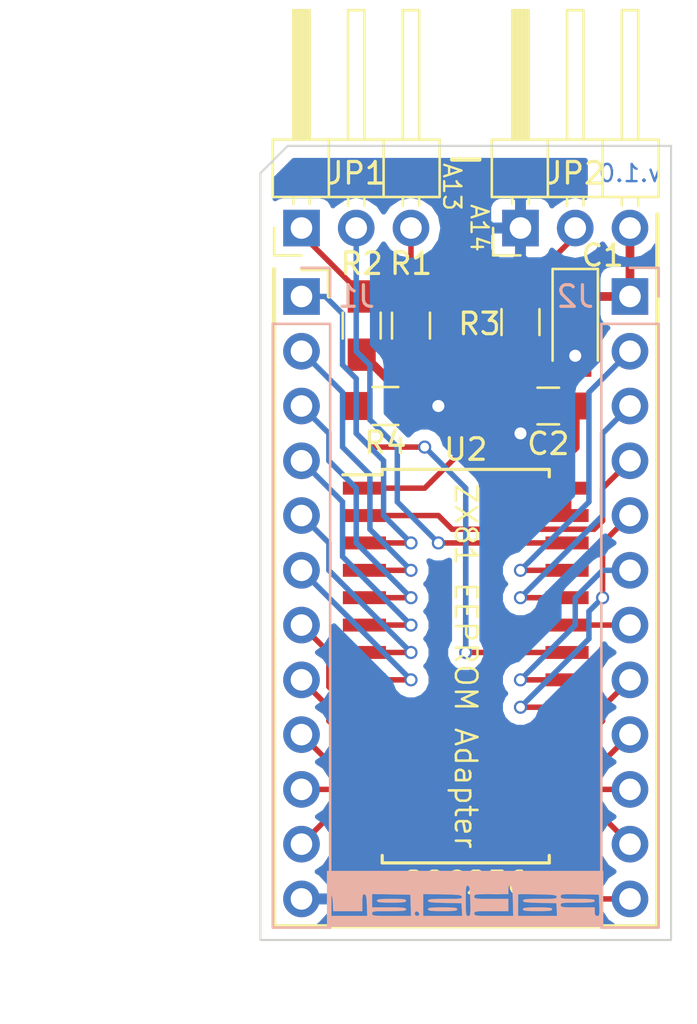
<source format=kicad_pcb>
(kicad_pcb (version 4) (host pcbnew 4.0.7)

  (general
    (links 40)
    (no_connects 0)
    (area 156.794999 94.564999 175.945001 131.495001)
    (thickness 1.6)
    (drawings 17)
    (tracks 157)
    (zones 0)
    (modules 12)
    (nets 31)
  )

  (page A4)
  (title_block
    (title "ZX81 EPROM Adapter (SMD)")
    (date 2018-03-05)
    (rev 1.0)
    (company fatla.eu)
  )

  (layers
    (0 F.Cu signal)
    (31 B.Cu signal)
    (32 B.Adhes user)
    (33 F.Adhes user)
    (34 B.Paste user)
    (35 F.Paste user)
    (36 B.SilkS user)
    (37 F.SilkS user)
    (38 B.Mask user)
    (39 F.Mask user)
    (40 Dwgs.User user)
    (41 Cmts.User user)
    (42 Eco1.User user)
    (43 Eco2.User user)
    (44 Edge.Cuts user)
    (45 Margin user)
    (46 B.CrtYd user)
    (47 F.CrtYd user)
    (48 B.Fab user)
    (49 F.Fab user)
  )

  (setup
    (last_trace_width 0.254)
    (trace_clearance 0.2032)
    (zone_clearance 0.508)
    (zone_45_only no)
    (trace_min 0.2032)
    (segment_width 0.2)
    (edge_width 0.1)
    (via_size 0.6096)
    (via_drill 0.4064)
    (via_min_size 0.4064)
    (via_min_drill 0.3048)
    (uvia_size 0.3)
    (uvia_drill 0.1)
    (uvias_allowed no)
    (uvia_min_size 0.2)
    (uvia_min_drill 0.1)
    (pcb_text_width 0.3)
    (pcb_text_size 1.5 1.5)
    (mod_edge_width 0.15)
    (mod_text_size 1 1)
    (mod_text_width 0.15)
    (pad_size 1.5 1.5)
    (pad_drill 0.6)
    (pad_to_mask_clearance 0)
    (aux_axis_origin 0 0)
    (visible_elements FFFFFF7F)
    (pcbplotparams
      (layerselection 0x00030_80000001)
      (usegerberextensions false)
      (excludeedgelayer true)
      (linewidth 0.100000)
      (plotframeref false)
      (viasonmask false)
      (mode 1)
      (useauxorigin false)
      (hpglpennumber 1)
      (hpglpenspeed 20)
      (hpglpendiameter 15)
      (hpglpenoverlay 2)
      (psnegative false)
      (psa4output false)
      (plotreference true)
      (plotvalue true)
      (plotinvisibletext false)
      (padsonsilk false)
      (subtractmaskfromsilk false)
      (outputformat 1)
      (mirror false)
      (drillshape 1)
      (scaleselection 1)
      (outputdirectory ""))
  )

  (net 0 "")
  (net 1 VCC)
  (net 2 GND)
  (net 3 A7)
  (net 4 A6)
  (net 5 A5)
  (net 6 A4)
  (net 7 A3)
  (net 8 A2)
  (net 9 A1)
  (net 10 A0)
  (net 11 D0)
  (net 12 D1)
  (net 13 D2)
  (net 14 A8)
  (net 15 A9)
  (net 16 A12)
  (net 17 ~CS~)
  (net 18 A10)
  (net 19 A11)
  (net 20 D7)
  (net 21 D6)
  (net 22 D5)
  (net 23 D4)
  (net 24 D3)
  (net 25 "Net-(JP1-Pad1)")
  (net 26 /A13)
  (net 27 "Net-(JP1-Pad3)")
  (net 28 "Net-(JP2-Pad2)")
  (net 29 /A14_PGM)
  (net 30 /~CE~)

  (net_class Default "This is the default net class."
    (clearance 0.2032)
    (trace_width 0.254)
    (via_dia 0.6096)
    (via_drill 0.4064)
    (uvia_dia 0.3)
    (uvia_drill 0.1)
    (add_net /A13)
    (add_net /A14_PGM)
    (add_net /~CE~)
    (add_net A0)
    (add_net A1)
    (add_net A10)
    (add_net A11)
    (add_net A12)
    (add_net A2)
    (add_net A3)
    (add_net A4)
    (add_net A5)
    (add_net A6)
    (add_net A7)
    (add_net A8)
    (add_net A9)
    (add_net D0)
    (add_net D1)
    (add_net D2)
    (add_net D3)
    (add_net D4)
    (add_net D5)
    (add_net D6)
    (add_net D7)
    (add_net "Net-(JP1-Pad1)")
    (add_net "Net-(JP1-Pad3)")
    (add_net "Net-(JP2-Pad2)")
    (add_net ~CS~)
  )

  (net_class PWR ""
    (clearance 0.2032)
    (trace_width 0.4064)
    (via_dia 0.762)
    (via_drill 0.5588)
    (uvia_dia 0.3)
    (uvia_drill 0.1)
    (add_net GND)
    (add_net VCC)
  )

  (module Capacitors_SMD:C_0805_HandSoldering (layer F.Cu) (tedit 58AA84A8) (tstamp 5A9CFFF8)
    (at 170.2 106.68 180)
    (descr "Capacitor SMD 0805, hand soldering")
    (tags "capacitor 0805")
    (path /5A3B6EF9)
    (attr smd)
    (fp_text reference C2 (at 0 -1.75 180) (layer F.SilkS)
      (effects (font (size 1 1) (thickness 0.15)))
    )
    (fp_text value 100nF (at 0 1.75 180) (layer F.Fab)
      (effects (font (size 1 1) (thickness 0.15)))
    )
    (fp_text user %R (at 0 -1.75 180) (layer F.Fab)
      (effects (font (size 1 1) (thickness 0.15)))
    )
    (fp_line (start -1 0.62) (end -1 -0.62) (layer F.Fab) (width 0.1))
    (fp_line (start 1 0.62) (end -1 0.62) (layer F.Fab) (width 0.1))
    (fp_line (start 1 -0.62) (end 1 0.62) (layer F.Fab) (width 0.1))
    (fp_line (start -1 -0.62) (end 1 -0.62) (layer F.Fab) (width 0.1))
    (fp_line (start 0.5 -0.85) (end -0.5 -0.85) (layer F.SilkS) (width 0.12))
    (fp_line (start -0.5 0.85) (end 0.5 0.85) (layer F.SilkS) (width 0.12))
    (fp_line (start -2.25 -0.88) (end 2.25 -0.88) (layer F.CrtYd) (width 0.05))
    (fp_line (start -2.25 -0.88) (end -2.25 0.87) (layer F.CrtYd) (width 0.05))
    (fp_line (start 2.25 0.87) (end 2.25 -0.88) (layer F.CrtYd) (width 0.05))
    (fp_line (start 2.25 0.87) (end -2.25 0.87) (layer F.CrtYd) (width 0.05))
    (pad 1 smd rect (at -1.25 0 180) (size 1.5 1.25) (layers F.Cu F.Paste F.Mask)
      (net 1 VCC))
    (pad 2 smd rect (at 1.25 0 180) (size 1.5 1.25) (layers F.Cu F.Paste F.Mask)
      (net 2 GND))
    (model Capacitors_SMD.3dshapes/C_0805.wrl
      (at (xyz 0 0 0))
      (scale (xyz 1 1 1))
      (rotate (xyz 0 0 0))
    )
  )

  (module Pin_Headers:Pin_Header_Straight_1x12_Pitch2.54mm locked (layer B.Cu) (tedit 59650532) (tstamp 5A9D0008)
    (at 158.75 101.6 180)
    (descr "Through hole straight pin header, 1x12, 2.54mm pitch, single row")
    (tags "Through hole pin header THT 1x12 2.54mm single row")
    (path /5A3B6CC6)
    (fp_text reference J1 (at -2.54 0 180) (layer B.SilkS)
      (effects (font (size 1 1) (thickness 0.15)) (justify mirror))
    )
    (fp_text value ROM1 (at 0 -30.27 180) (layer B.Fab)
      (effects (font (size 1 1) (thickness 0.15)) (justify mirror))
    )
    (fp_line (start -0.635 1.27) (end 1.27 1.27) (layer B.Fab) (width 0.1))
    (fp_line (start 1.27 1.27) (end 1.27 -29.21) (layer B.Fab) (width 0.1))
    (fp_line (start 1.27 -29.21) (end -1.27 -29.21) (layer B.Fab) (width 0.1))
    (fp_line (start -1.27 -29.21) (end -1.27 0.635) (layer B.Fab) (width 0.1))
    (fp_line (start -1.27 0.635) (end -0.635 1.27) (layer B.Fab) (width 0.1))
    (fp_line (start -1.33 -29.27) (end 1.33 -29.27) (layer B.SilkS) (width 0.12))
    (fp_line (start -1.33 -1.27) (end -1.33 -29.27) (layer B.SilkS) (width 0.12))
    (fp_line (start 1.33 -1.27) (end 1.33 -29.27) (layer B.SilkS) (width 0.12))
    (fp_line (start -1.33 -1.27) (end 1.33 -1.27) (layer B.SilkS) (width 0.12))
    (fp_line (start -1.33 0) (end -1.33 1.33) (layer B.SilkS) (width 0.12))
    (fp_line (start -1.33 1.33) (end 0 1.33) (layer B.SilkS) (width 0.12))
    (fp_line (start -1.8 1.8) (end -1.8 -29.75) (layer B.CrtYd) (width 0.05))
    (fp_line (start -1.8 -29.75) (end 1.8 -29.75) (layer B.CrtYd) (width 0.05))
    (fp_line (start 1.8 -29.75) (end 1.8 1.8) (layer B.CrtYd) (width 0.05))
    (fp_line (start 1.8 1.8) (end -1.8 1.8) (layer B.CrtYd) (width 0.05))
    (fp_text user %R (at 0 -13.97 450) (layer B.Fab)
      (effects (font (size 1 1) (thickness 0.15)) (justify mirror))
    )
    (pad 1 thru_hole rect (at 0 0 180) (size 1.7 1.7) (drill 1) (layers *.Cu *.Mask)
      (net 3 A7))
    (pad 2 thru_hole oval (at 0 -2.54 180) (size 1.7 1.7) (drill 1) (layers *.Cu *.Mask)
      (net 4 A6))
    (pad 3 thru_hole oval (at 0 -5.08 180) (size 1.7 1.7) (drill 1) (layers *.Cu *.Mask)
      (net 5 A5))
    (pad 4 thru_hole oval (at 0 -7.62 180) (size 1.7 1.7) (drill 1) (layers *.Cu *.Mask)
      (net 6 A4))
    (pad 5 thru_hole oval (at 0 -10.16 180) (size 1.7 1.7) (drill 1) (layers *.Cu *.Mask)
      (net 7 A3))
    (pad 6 thru_hole oval (at 0 -12.7 180) (size 1.7 1.7) (drill 1) (layers *.Cu *.Mask)
      (net 8 A2))
    (pad 7 thru_hole oval (at 0 -15.24 180) (size 1.7 1.7) (drill 1) (layers *.Cu *.Mask)
      (net 9 A1))
    (pad 8 thru_hole oval (at 0 -17.78 180) (size 1.7 1.7) (drill 1) (layers *.Cu *.Mask)
      (net 10 A0))
    (pad 9 thru_hole oval (at 0 -20.32 180) (size 1.7 1.7) (drill 1) (layers *.Cu *.Mask)
      (net 11 D0))
    (pad 10 thru_hole oval (at 0 -22.86 180) (size 1.7 1.7) (drill 1) (layers *.Cu *.Mask)
      (net 12 D1))
    (pad 11 thru_hole oval (at 0 -25.4 180) (size 1.7 1.7) (drill 1) (layers *.Cu *.Mask)
      (net 13 D2))
    (pad 12 thru_hole oval (at 0 -27.94 180) (size 1.7 1.7) (drill 1) (layers *.Cu *.Mask)
      (net 2 GND))
    (model ${KISYS3DMOD}/Pin_Headers.3dshapes/Pin_Header_Straight_1x12_Pitch2.54mm.wrl
      (at (xyz 0 0 0))
      (scale (xyz 1 1 1))
      (rotate (xyz 0 0 0))
    )
  )

  (module Pin_Headers:Pin_Header_Straight_1x12_Pitch2.54mm locked (layer B.Cu) (tedit 59650532) (tstamp 5A9D0018)
    (at 173.99 101.6 180)
    (descr "Through hole straight pin header, 1x12, 2.54mm pitch, single row")
    (tags "Through hole pin header THT 1x12 2.54mm single row")
    (path /5A3B6D10)
    (fp_text reference J2 (at 2.54 0 180) (layer B.SilkS)
      (effects (font (size 1 1) (thickness 0.15)) (justify mirror))
    )
    (fp_text value ROM2 (at 0 -30.27 180) (layer B.Fab)
      (effects (font (size 1 1) (thickness 0.15)) (justify mirror))
    )
    (fp_line (start -0.635 1.27) (end 1.27 1.27) (layer B.Fab) (width 0.1))
    (fp_line (start 1.27 1.27) (end 1.27 -29.21) (layer B.Fab) (width 0.1))
    (fp_line (start 1.27 -29.21) (end -1.27 -29.21) (layer B.Fab) (width 0.1))
    (fp_line (start -1.27 -29.21) (end -1.27 0.635) (layer B.Fab) (width 0.1))
    (fp_line (start -1.27 0.635) (end -0.635 1.27) (layer B.Fab) (width 0.1))
    (fp_line (start -1.33 -29.27) (end 1.33 -29.27) (layer B.SilkS) (width 0.12))
    (fp_line (start -1.33 -1.27) (end -1.33 -29.27) (layer B.SilkS) (width 0.12))
    (fp_line (start 1.33 -1.27) (end 1.33 -29.27) (layer B.SilkS) (width 0.12))
    (fp_line (start -1.33 -1.27) (end 1.33 -1.27) (layer B.SilkS) (width 0.12))
    (fp_line (start -1.33 0) (end -1.33 1.33) (layer B.SilkS) (width 0.12))
    (fp_line (start -1.33 1.33) (end 0 1.33) (layer B.SilkS) (width 0.12))
    (fp_line (start -1.8 1.8) (end -1.8 -29.75) (layer B.CrtYd) (width 0.05))
    (fp_line (start -1.8 -29.75) (end 1.8 -29.75) (layer B.CrtYd) (width 0.05))
    (fp_line (start 1.8 -29.75) (end 1.8 1.8) (layer B.CrtYd) (width 0.05))
    (fp_line (start 1.8 1.8) (end -1.8 1.8) (layer B.CrtYd) (width 0.05))
    (fp_text user %R (at 0 -13.97 450) (layer B.Fab)
      (effects (font (size 1 1) (thickness 0.15)) (justify mirror))
    )
    (pad 1 thru_hole rect (at 0 0 180) (size 1.7 1.7) (drill 1) (layers *.Cu *.Mask)
      (net 1 VCC))
    (pad 2 thru_hole oval (at 0 -2.54 180) (size 1.7 1.7) (drill 1) (layers *.Cu *.Mask)
      (net 14 A8))
    (pad 3 thru_hole oval (at 0 -5.08 180) (size 1.7 1.7) (drill 1) (layers *.Cu *.Mask)
      (net 15 A9))
    (pad 4 thru_hole oval (at 0 -7.62 180) (size 1.7 1.7) (drill 1) (layers *.Cu *.Mask)
      (net 16 A12))
    (pad 5 thru_hole oval (at 0 -10.16 180) (size 1.7 1.7) (drill 1) (layers *.Cu *.Mask)
      (net 17 ~CS~))
    (pad 6 thru_hole oval (at 0 -12.7 180) (size 1.7 1.7) (drill 1) (layers *.Cu *.Mask)
      (net 18 A10))
    (pad 7 thru_hole oval (at 0 -15.24 180) (size 1.7 1.7) (drill 1) (layers *.Cu *.Mask)
      (net 19 A11))
    (pad 8 thru_hole oval (at 0 -17.78 180) (size 1.7 1.7) (drill 1) (layers *.Cu *.Mask)
      (net 20 D7))
    (pad 9 thru_hole oval (at 0 -20.32 180) (size 1.7 1.7) (drill 1) (layers *.Cu *.Mask)
      (net 21 D6))
    (pad 10 thru_hole oval (at 0 -22.86 180) (size 1.7 1.7) (drill 1) (layers *.Cu *.Mask)
      (net 22 D5))
    (pad 11 thru_hole oval (at 0 -25.4 180) (size 1.7 1.7) (drill 1) (layers *.Cu *.Mask)
      (net 23 D4))
    (pad 12 thru_hole oval (at 0 -27.94 180) (size 1.7 1.7) (drill 1) (layers *.Cu *.Mask)
      (net 24 D3))
    (model ${KISYS3DMOD}/Pin_Headers.3dshapes/Pin_Header_Straight_1x12_Pitch2.54mm.wrl
      (at (xyz 0 0 0))
      (scale (xyz 1 1 1))
      (rotate (xyz 0 0 0))
    )
  )

  (module Pin_Headers:Pin_Header_Angled_1x03_Pitch2.54mm (layer F.Cu) (tedit 59650532) (tstamp 5A9D001F)
    (at 158.75 98.425 90)
    (descr "Through hole angled pin header, 1x03, 2.54mm pitch, 6mm pin length, single row")
    (tags "Through hole angled pin header THT 1x03 2.54mm single row")
    (path /5A3B6D8A)
    (fp_text reference JP1 (at 2.54 2.54 180) (layer F.SilkS)
      (effects (font (size 1 1) (thickness 0.15)))
    )
    (fp_text value Conn_01x03 (at 4.385 7.35 90) (layer F.Fab)
      (effects (font (size 1 1) (thickness 0.15)))
    )
    (fp_line (start 2.135 -1.27) (end 4.04 -1.27) (layer F.Fab) (width 0.1))
    (fp_line (start 4.04 -1.27) (end 4.04 6.35) (layer F.Fab) (width 0.1))
    (fp_line (start 4.04 6.35) (end 1.5 6.35) (layer F.Fab) (width 0.1))
    (fp_line (start 1.5 6.35) (end 1.5 -0.635) (layer F.Fab) (width 0.1))
    (fp_line (start 1.5 -0.635) (end 2.135 -1.27) (layer F.Fab) (width 0.1))
    (fp_line (start -0.32 -0.32) (end 1.5 -0.32) (layer F.Fab) (width 0.1))
    (fp_line (start -0.32 -0.32) (end -0.32 0.32) (layer F.Fab) (width 0.1))
    (fp_line (start -0.32 0.32) (end 1.5 0.32) (layer F.Fab) (width 0.1))
    (fp_line (start 4.04 -0.32) (end 10.04 -0.32) (layer F.Fab) (width 0.1))
    (fp_line (start 10.04 -0.32) (end 10.04 0.32) (layer F.Fab) (width 0.1))
    (fp_line (start 4.04 0.32) (end 10.04 0.32) (layer F.Fab) (width 0.1))
    (fp_line (start -0.32 2.22) (end 1.5 2.22) (layer F.Fab) (width 0.1))
    (fp_line (start -0.32 2.22) (end -0.32 2.86) (layer F.Fab) (width 0.1))
    (fp_line (start -0.32 2.86) (end 1.5 2.86) (layer F.Fab) (width 0.1))
    (fp_line (start 4.04 2.22) (end 10.04 2.22) (layer F.Fab) (width 0.1))
    (fp_line (start 10.04 2.22) (end 10.04 2.86) (layer F.Fab) (width 0.1))
    (fp_line (start 4.04 2.86) (end 10.04 2.86) (layer F.Fab) (width 0.1))
    (fp_line (start -0.32 4.76) (end 1.5 4.76) (layer F.Fab) (width 0.1))
    (fp_line (start -0.32 4.76) (end -0.32 5.4) (layer F.Fab) (width 0.1))
    (fp_line (start -0.32 5.4) (end 1.5 5.4) (layer F.Fab) (width 0.1))
    (fp_line (start 4.04 4.76) (end 10.04 4.76) (layer F.Fab) (width 0.1))
    (fp_line (start 10.04 4.76) (end 10.04 5.4) (layer F.Fab) (width 0.1))
    (fp_line (start 4.04 5.4) (end 10.04 5.4) (layer F.Fab) (width 0.1))
    (fp_line (start 1.44 -1.33) (end 1.44 6.41) (layer F.SilkS) (width 0.12))
    (fp_line (start 1.44 6.41) (end 4.1 6.41) (layer F.SilkS) (width 0.12))
    (fp_line (start 4.1 6.41) (end 4.1 -1.33) (layer F.SilkS) (width 0.12))
    (fp_line (start 4.1 -1.33) (end 1.44 -1.33) (layer F.SilkS) (width 0.12))
    (fp_line (start 4.1 -0.38) (end 10.1 -0.38) (layer F.SilkS) (width 0.12))
    (fp_line (start 10.1 -0.38) (end 10.1 0.38) (layer F.SilkS) (width 0.12))
    (fp_line (start 10.1 0.38) (end 4.1 0.38) (layer F.SilkS) (width 0.12))
    (fp_line (start 4.1 -0.32) (end 10.1 -0.32) (layer F.SilkS) (width 0.12))
    (fp_line (start 4.1 -0.2) (end 10.1 -0.2) (layer F.SilkS) (width 0.12))
    (fp_line (start 4.1 -0.08) (end 10.1 -0.08) (layer F.SilkS) (width 0.12))
    (fp_line (start 4.1 0.04) (end 10.1 0.04) (layer F.SilkS) (width 0.12))
    (fp_line (start 4.1 0.16) (end 10.1 0.16) (layer F.SilkS) (width 0.12))
    (fp_line (start 4.1 0.28) (end 10.1 0.28) (layer F.SilkS) (width 0.12))
    (fp_line (start 1.11 -0.38) (end 1.44 -0.38) (layer F.SilkS) (width 0.12))
    (fp_line (start 1.11 0.38) (end 1.44 0.38) (layer F.SilkS) (width 0.12))
    (fp_line (start 1.44 1.27) (end 4.1 1.27) (layer F.SilkS) (width 0.12))
    (fp_line (start 4.1 2.16) (end 10.1 2.16) (layer F.SilkS) (width 0.12))
    (fp_line (start 10.1 2.16) (end 10.1 2.92) (layer F.SilkS) (width 0.12))
    (fp_line (start 10.1 2.92) (end 4.1 2.92) (layer F.SilkS) (width 0.12))
    (fp_line (start 1.042929 2.16) (end 1.44 2.16) (layer F.SilkS) (width 0.12))
    (fp_line (start 1.042929 2.92) (end 1.44 2.92) (layer F.SilkS) (width 0.12))
    (fp_line (start 1.44 3.81) (end 4.1 3.81) (layer F.SilkS) (width 0.12))
    (fp_line (start 4.1 4.7) (end 10.1 4.7) (layer F.SilkS) (width 0.12))
    (fp_line (start 10.1 4.7) (end 10.1 5.46) (layer F.SilkS) (width 0.12))
    (fp_line (start 10.1 5.46) (end 4.1 5.46) (layer F.SilkS) (width 0.12))
    (fp_line (start 1.042929 4.7) (end 1.44 4.7) (layer F.SilkS) (width 0.12))
    (fp_line (start 1.042929 5.46) (end 1.44 5.46) (layer F.SilkS) (width 0.12))
    (fp_line (start -1.27 0) (end -1.27 -1.27) (layer F.SilkS) (width 0.12))
    (fp_line (start -1.27 -1.27) (end 0 -1.27) (layer F.SilkS) (width 0.12))
    (fp_line (start -1.8 -1.8) (end -1.8 6.85) (layer F.CrtYd) (width 0.05))
    (fp_line (start -1.8 6.85) (end 10.55 6.85) (layer F.CrtYd) (width 0.05))
    (fp_line (start 10.55 6.85) (end 10.55 -1.8) (layer F.CrtYd) (width 0.05))
    (fp_line (start 10.55 -1.8) (end -1.8 -1.8) (layer F.CrtYd) (width 0.05))
    (fp_text user %R (at 2.77 2.54 180) (layer F.Fab)
      (effects (font (size 1 1) (thickness 0.15)))
    )
    (pad 1 thru_hole rect (at 0 0 90) (size 1.7 1.7) (drill 1) (layers *.Cu *.Mask)
      (net 25 "Net-(JP1-Pad1)"))
    (pad 2 thru_hole oval (at 0 2.54 90) (size 1.7 1.7) (drill 1) (layers *.Cu *.Mask)
      (net 26 /A13))
    (pad 3 thru_hole oval (at 0 5.08 90) (size 1.7 1.7) (drill 1) (layers *.Cu *.Mask)
      (net 27 "Net-(JP1-Pad3)"))
    (model ${KISYS3DMOD}/Pin_Headers.3dshapes/Pin_Header_Angled_1x03_Pitch2.54mm.wrl
      (at (xyz 0 0 0))
      (scale (xyz 1 1 1))
      (rotate (xyz 0 0 0))
    )
  )

  (module Pin_Headers:Pin_Header_Angled_1x03_Pitch2.54mm (layer F.Cu) (tedit 59650532) (tstamp 5A9D0026)
    (at 168.91 98.425 90)
    (descr "Through hole angled pin header, 1x03, 2.54mm pitch, 6mm pin length, single row")
    (tags "Through hole angled pin header THT 1x03 2.54mm single row")
    (path /5A3B6E0F)
    (fp_text reference JP2 (at 2.54 2.54 180) (layer F.SilkS)
      (effects (font (size 1 1) (thickness 0.15)))
    )
    (fp_text value Conn_01x03 (at 4.385 7.35 90) (layer F.Fab)
      (effects (font (size 1 1) (thickness 0.15)))
    )
    (fp_line (start 2.135 -1.27) (end 4.04 -1.27) (layer F.Fab) (width 0.1))
    (fp_line (start 4.04 -1.27) (end 4.04 6.35) (layer F.Fab) (width 0.1))
    (fp_line (start 4.04 6.35) (end 1.5 6.35) (layer F.Fab) (width 0.1))
    (fp_line (start 1.5 6.35) (end 1.5 -0.635) (layer F.Fab) (width 0.1))
    (fp_line (start 1.5 -0.635) (end 2.135 -1.27) (layer F.Fab) (width 0.1))
    (fp_line (start -0.32 -0.32) (end 1.5 -0.32) (layer F.Fab) (width 0.1))
    (fp_line (start -0.32 -0.32) (end -0.32 0.32) (layer F.Fab) (width 0.1))
    (fp_line (start -0.32 0.32) (end 1.5 0.32) (layer F.Fab) (width 0.1))
    (fp_line (start 4.04 -0.32) (end 10.04 -0.32) (layer F.Fab) (width 0.1))
    (fp_line (start 10.04 -0.32) (end 10.04 0.32) (layer F.Fab) (width 0.1))
    (fp_line (start 4.04 0.32) (end 10.04 0.32) (layer F.Fab) (width 0.1))
    (fp_line (start -0.32 2.22) (end 1.5 2.22) (layer F.Fab) (width 0.1))
    (fp_line (start -0.32 2.22) (end -0.32 2.86) (layer F.Fab) (width 0.1))
    (fp_line (start -0.32 2.86) (end 1.5 2.86) (layer F.Fab) (width 0.1))
    (fp_line (start 4.04 2.22) (end 10.04 2.22) (layer F.Fab) (width 0.1))
    (fp_line (start 10.04 2.22) (end 10.04 2.86) (layer F.Fab) (width 0.1))
    (fp_line (start 4.04 2.86) (end 10.04 2.86) (layer F.Fab) (width 0.1))
    (fp_line (start -0.32 4.76) (end 1.5 4.76) (layer F.Fab) (width 0.1))
    (fp_line (start -0.32 4.76) (end -0.32 5.4) (layer F.Fab) (width 0.1))
    (fp_line (start -0.32 5.4) (end 1.5 5.4) (layer F.Fab) (width 0.1))
    (fp_line (start 4.04 4.76) (end 10.04 4.76) (layer F.Fab) (width 0.1))
    (fp_line (start 10.04 4.76) (end 10.04 5.4) (layer F.Fab) (width 0.1))
    (fp_line (start 4.04 5.4) (end 10.04 5.4) (layer F.Fab) (width 0.1))
    (fp_line (start 1.44 -1.33) (end 1.44 6.41) (layer F.SilkS) (width 0.12))
    (fp_line (start 1.44 6.41) (end 4.1 6.41) (layer F.SilkS) (width 0.12))
    (fp_line (start 4.1 6.41) (end 4.1 -1.33) (layer F.SilkS) (width 0.12))
    (fp_line (start 4.1 -1.33) (end 1.44 -1.33) (layer F.SilkS) (width 0.12))
    (fp_line (start 4.1 -0.38) (end 10.1 -0.38) (layer F.SilkS) (width 0.12))
    (fp_line (start 10.1 -0.38) (end 10.1 0.38) (layer F.SilkS) (width 0.12))
    (fp_line (start 10.1 0.38) (end 4.1 0.38) (layer F.SilkS) (width 0.12))
    (fp_line (start 4.1 -0.32) (end 10.1 -0.32) (layer F.SilkS) (width 0.12))
    (fp_line (start 4.1 -0.2) (end 10.1 -0.2) (layer F.SilkS) (width 0.12))
    (fp_line (start 4.1 -0.08) (end 10.1 -0.08) (layer F.SilkS) (width 0.12))
    (fp_line (start 4.1 0.04) (end 10.1 0.04) (layer F.SilkS) (width 0.12))
    (fp_line (start 4.1 0.16) (end 10.1 0.16) (layer F.SilkS) (width 0.12))
    (fp_line (start 4.1 0.28) (end 10.1 0.28) (layer F.SilkS) (width 0.12))
    (fp_line (start 1.11 -0.38) (end 1.44 -0.38) (layer F.SilkS) (width 0.12))
    (fp_line (start 1.11 0.38) (end 1.44 0.38) (layer F.SilkS) (width 0.12))
    (fp_line (start 1.44 1.27) (end 4.1 1.27) (layer F.SilkS) (width 0.12))
    (fp_line (start 4.1 2.16) (end 10.1 2.16) (layer F.SilkS) (width 0.12))
    (fp_line (start 10.1 2.16) (end 10.1 2.92) (layer F.SilkS) (width 0.12))
    (fp_line (start 10.1 2.92) (end 4.1 2.92) (layer F.SilkS) (width 0.12))
    (fp_line (start 1.042929 2.16) (end 1.44 2.16) (layer F.SilkS) (width 0.12))
    (fp_line (start 1.042929 2.92) (end 1.44 2.92) (layer F.SilkS) (width 0.12))
    (fp_line (start 1.44 3.81) (end 4.1 3.81) (layer F.SilkS) (width 0.12))
    (fp_line (start 4.1 4.7) (end 10.1 4.7) (layer F.SilkS) (width 0.12))
    (fp_line (start 10.1 4.7) (end 10.1 5.46) (layer F.SilkS) (width 0.12))
    (fp_line (start 10.1 5.46) (end 4.1 5.46) (layer F.SilkS) (width 0.12))
    (fp_line (start 1.042929 4.7) (end 1.44 4.7) (layer F.SilkS) (width 0.12))
    (fp_line (start 1.042929 5.46) (end 1.44 5.46) (layer F.SilkS) (width 0.12))
    (fp_line (start -1.27 0) (end -1.27 -1.27) (layer F.SilkS) (width 0.12))
    (fp_line (start -1.27 -1.27) (end 0 -1.27) (layer F.SilkS) (width 0.12))
    (fp_line (start -1.8 -1.8) (end -1.8 6.85) (layer F.CrtYd) (width 0.05))
    (fp_line (start -1.8 6.85) (end 10.55 6.85) (layer F.CrtYd) (width 0.05))
    (fp_line (start 10.55 6.85) (end 10.55 -1.8) (layer F.CrtYd) (width 0.05))
    (fp_line (start 10.55 -1.8) (end -1.8 -1.8) (layer F.CrtYd) (width 0.05))
    (fp_text user %R (at 2.77 2.54 180) (layer F.Fab)
      (effects (font (size 1 1) (thickness 0.15)))
    )
    (pad 1 thru_hole rect (at 0 0 90) (size 1.7 1.7) (drill 1) (layers *.Cu *.Mask)
      (net 2 GND))
    (pad 2 thru_hole oval (at 0 2.54 90) (size 1.7 1.7) (drill 1) (layers *.Cu *.Mask)
      (net 28 "Net-(JP2-Pad2)"))
    (pad 3 thru_hole oval (at 0 5.08 90) (size 1.7 1.7) (drill 1) (layers *.Cu *.Mask)
      (net 1 VCC))
    (model ${KISYS3DMOD}/Pin_Headers.3dshapes/Pin_Header_Angled_1x03_Pitch2.54mm.wrl
      (at (xyz 0 0 0))
      (scale (xyz 1 1 1))
      (rotate (xyz 0 0 0))
    )
  )

  (module Resistors_SMD:R_0805_HandSoldering (layer F.Cu) (tedit 58E0A804) (tstamp 5A9D002C)
    (at 163.83 102.95 270)
    (descr "Resistor SMD 0805, hand soldering")
    (tags "resistor 0805")
    (path /5A3B7081)
    (attr smd)
    (fp_text reference R1 (at -2.874 0 360) (layer F.SilkS)
      (effects (font (size 1 1) (thickness 0.15)))
    )
    (fp_text value 1k0 (at 0 1.75 270) (layer F.Fab)
      (effects (font (size 1 1) (thickness 0.15)))
    )
    (fp_text user %R (at 0 0 270) (layer F.Fab)
      (effects (font (size 0.5 0.5) (thickness 0.075)))
    )
    (fp_line (start -1 0.62) (end -1 -0.62) (layer F.Fab) (width 0.1))
    (fp_line (start 1 0.62) (end -1 0.62) (layer F.Fab) (width 0.1))
    (fp_line (start 1 -0.62) (end 1 0.62) (layer F.Fab) (width 0.1))
    (fp_line (start -1 -0.62) (end 1 -0.62) (layer F.Fab) (width 0.1))
    (fp_line (start 0.6 0.88) (end -0.6 0.88) (layer F.SilkS) (width 0.12))
    (fp_line (start -0.6 -0.88) (end 0.6 -0.88) (layer F.SilkS) (width 0.12))
    (fp_line (start -2.35 -0.9) (end 2.35 -0.9) (layer F.CrtYd) (width 0.05))
    (fp_line (start -2.35 -0.9) (end -2.35 0.9) (layer F.CrtYd) (width 0.05))
    (fp_line (start 2.35 0.9) (end 2.35 -0.9) (layer F.CrtYd) (width 0.05))
    (fp_line (start 2.35 0.9) (end -2.35 0.9) (layer F.CrtYd) (width 0.05))
    (pad 1 smd rect (at -1.35 0 270) (size 1.5 1.3) (layers F.Cu F.Paste F.Mask)
      (net 27 "Net-(JP1-Pad3)"))
    (pad 2 smd rect (at 1.35 0 270) (size 1.5 1.3) (layers F.Cu F.Paste F.Mask)
      (net 1 VCC))
    (model ${KISYS3DMOD}/Resistors_SMD.3dshapes/R_0805.wrl
      (at (xyz 0 0 0))
      (scale (xyz 1 1 1))
      (rotate (xyz 0 0 0))
    )
  )

  (module Resistors_SMD:R_0805_HandSoldering (layer F.Cu) (tedit 58E0A804) (tstamp 5A9D0032)
    (at 161.544 102.95 90)
    (descr "Resistor SMD 0805, hand soldering")
    (tags "resistor 0805")
    (path /5A3BF4B5)
    (attr smd)
    (fp_text reference R2 (at 2.874 0 180) (layer F.SilkS)
      (effects (font (size 1 1) (thickness 0.15)))
    )
    (fp_text value 1k0 (at 0 1.75 90) (layer F.Fab)
      (effects (font (size 1 1) (thickness 0.15)))
    )
    (fp_text user %R (at 0 0 90) (layer F.Fab)
      (effects (font (size 0.5 0.5) (thickness 0.075)))
    )
    (fp_line (start -1 0.62) (end -1 -0.62) (layer F.Fab) (width 0.1))
    (fp_line (start 1 0.62) (end -1 0.62) (layer F.Fab) (width 0.1))
    (fp_line (start 1 -0.62) (end 1 0.62) (layer F.Fab) (width 0.1))
    (fp_line (start -1 -0.62) (end 1 -0.62) (layer F.Fab) (width 0.1))
    (fp_line (start 0.6 0.88) (end -0.6 0.88) (layer F.SilkS) (width 0.12))
    (fp_line (start -0.6 -0.88) (end 0.6 -0.88) (layer F.SilkS) (width 0.12))
    (fp_line (start -2.35 -0.9) (end 2.35 -0.9) (layer F.CrtYd) (width 0.05))
    (fp_line (start -2.35 -0.9) (end -2.35 0.9) (layer F.CrtYd) (width 0.05))
    (fp_line (start 2.35 0.9) (end 2.35 -0.9) (layer F.CrtYd) (width 0.05))
    (fp_line (start 2.35 0.9) (end -2.35 0.9) (layer F.CrtYd) (width 0.05))
    (pad 1 smd rect (at -1.35 0 90) (size 1.5 1.3) (layers F.Cu F.Paste F.Mask)
      (net 2 GND))
    (pad 2 smd rect (at 1.35 0 90) (size 1.5 1.3) (layers F.Cu F.Paste F.Mask)
      (net 25 "Net-(JP1-Pad1)"))
    (model ${KISYS3DMOD}/Resistors_SMD.3dshapes/R_0805.wrl
      (at (xyz 0 0 0))
      (scale (xyz 1 1 1))
      (rotate (xyz 0 0 0))
    )
  )

  (module Resistors_SMD:R_0805_HandSoldering (layer F.Cu) (tedit 58E0A804) (tstamp 5A9D0038)
    (at 168.91 102.79 90)
    (descr "Resistor SMD 0805, hand soldering")
    (tags "resistor 0805")
    (path /5A3B6E3D)
    (attr smd)
    (fp_text reference R3 (at -0.08 -1.905 180) (layer F.SilkS)
      (effects (font (size 1 1) (thickness 0.15)))
    )
    (fp_text value 1k0 (at 0 1.75 90) (layer F.Fab)
      (effects (font (size 1 1) (thickness 0.15)))
    )
    (fp_text user %R (at 0 0 90) (layer F.Fab)
      (effects (font (size 0.5 0.5) (thickness 0.075)))
    )
    (fp_line (start -1 0.62) (end -1 -0.62) (layer F.Fab) (width 0.1))
    (fp_line (start 1 0.62) (end -1 0.62) (layer F.Fab) (width 0.1))
    (fp_line (start 1 -0.62) (end 1 0.62) (layer F.Fab) (width 0.1))
    (fp_line (start -1 -0.62) (end 1 -0.62) (layer F.Fab) (width 0.1))
    (fp_line (start 0.6 0.88) (end -0.6 0.88) (layer F.SilkS) (width 0.12))
    (fp_line (start -0.6 -0.88) (end 0.6 -0.88) (layer F.SilkS) (width 0.12))
    (fp_line (start -2.35 -0.9) (end 2.35 -0.9) (layer F.CrtYd) (width 0.05))
    (fp_line (start -2.35 -0.9) (end -2.35 0.9) (layer F.CrtYd) (width 0.05))
    (fp_line (start 2.35 0.9) (end 2.35 -0.9) (layer F.CrtYd) (width 0.05))
    (fp_line (start 2.35 0.9) (end -2.35 0.9) (layer F.CrtYd) (width 0.05))
    (pad 1 smd rect (at -1.35 0 90) (size 1.5 1.3) (layers F.Cu F.Paste F.Mask)
      (net 29 /A14_PGM))
    (pad 2 smd rect (at 1.35 0 90) (size 1.5 1.3) (layers F.Cu F.Paste F.Mask)
      (net 28 "Net-(JP2-Pad2)"))
    (model ${KISYS3DMOD}/Resistors_SMD.3dshapes/R_0805.wrl
      (at (xyz 0 0 0))
      (scale (xyz 1 1 1))
      (rotate (xyz 0 0 0))
    )
  )

  (module Resistors_SMD:R_0805_HandSoldering (layer F.Cu) (tedit 58E0A804) (tstamp 5A9D003E)
    (at 162.64 106.68 180)
    (descr "Resistor SMD 0805, hand soldering")
    (tags "resistor 0805")
    (path /5A3B807B)
    (attr smd)
    (fp_text reference R4 (at 0 -1.7 180) (layer F.SilkS)
      (effects (font (size 1 1) (thickness 0.15)))
    )
    (fp_text value 1k0 (at 0 1.75 180) (layer F.Fab)
      (effects (font (size 1 1) (thickness 0.15)))
    )
    (fp_text user %R (at 0 0 180) (layer F.Fab)
      (effects (font (size 0.5 0.5) (thickness 0.075)))
    )
    (fp_line (start -1 0.62) (end -1 -0.62) (layer F.Fab) (width 0.1))
    (fp_line (start 1 0.62) (end -1 0.62) (layer F.Fab) (width 0.1))
    (fp_line (start 1 -0.62) (end 1 0.62) (layer F.Fab) (width 0.1))
    (fp_line (start -1 -0.62) (end 1 -0.62) (layer F.Fab) (width 0.1))
    (fp_line (start 0.6 0.88) (end -0.6 0.88) (layer F.SilkS) (width 0.12))
    (fp_line (start -0.6 -0.88) (end 0.6 -0.88) (layer F.SilkS) (width 0.12))
    (fp_line (start -2.35 -0.9) (end 2.35 -0.9) (layer F.CrtYd) (width 0.05))
    (fp_line (start -2.35 -0.9) (end -2.35 0.9) (layer F.CrtYd) (width 0.05))
    (fp_line (start 2.35 0.9) (end 2.35 -0.9) (layer F.CrtYd) (width 0.05))
    (fp_line (start 2.35 0.9) (end -2.35 0.9) (layer F.CrtYd) (width 0.05))
    (pad 1 smd rect (at -1.35 0 180) (size 1.5 1.3) (layers F.Cu F.Paste F.Mask)
      (net 2 GND))
    (pad 2 smd rect (at 1.35 0 180) (size 1.5 1.3) (layers F.Cu F.Paste F.Mask)
      (net 30 /~CE~))
    (model ${KISYS3DMOD}/Resistors_SMD.3dshapes/R_0805.wrl
      (at (xyz 0 0 0))
      (scale (xyz 1 1 1))
      (rotate (xyz 0 0 0))
    )
  )

  (module Capacitors_Tantalum_SMD:CP_Tantalum_Case-A_EIA-3216-18_Reflow (layer F.Cu) (tedit 58CC8C08) (tstamp 5A9E3E9B)
    (at 171.45 102.975 270)
    (descr "Tantalum capacitor, Case A, EIA 3216-18, 3.2x1.6x1.6mm, Reflow soldering footprint")
    (tags "capacitor tantalum smd")
    (path /5A3B6EC1)
    (attr smd)
    (fp_text reference C1 (at -3.28 -1.27 360) (layer F.SilkS)
      (effects (font (size 1 1) (thickness 0.15)))
    )
    (fp_text value 1uF (at 0 2.55 270) (layer F.Fab)
      (effects (font (size 1 1) (thickness 0.15)))
    )
    (fp_text user %R (at 0 0 270) (layer F.Fab)
      (effects (font (size 0.7 0.7) (thickness 0.105)))
    )
    (fp_line (start -2.75 -1.2) (end -2.75 1.2) (layer F.CrtYd) (width 0.05))
    (fp_line (start -2.75 1.2) (end 2.75 1.2) (layer F.CrtYd) (width 0.05))
    (fp_line (start 2.75 1.2) (end 2.75 -1.2) (layer F.CrtYd) (width 0.05))
    (fp_line (start 2.75 -1.2) (end -2.75 -1.2) (layer F.CrtYd) (width 0.05))
    (fp_line (start -1.6 -0.8) (end -1.6 0.8) (layer F.Fab) (width 0.1))
    (fp_line (start -1.6 0.8) (end 1.6 0.8) (layer F.Fab) (width 0.1))
    (fp_line (start 1.6 0.8) (end 1.6 -0.8) (layer F.Fab) (width 0.1))
    (fp_line (start 1.6 -0.8) (end -1.6 -0.8) (layer F.Fab) (width 0.1))
    (fp_line (start -1.28 -0.8) (end -1.28 0.8) (layer F.Fab) (width 0.1))
    (fp_line (start -1.12 -0.8) (end -1.12 0.8) (layer F.Fab) (width 0.1))
    (fp_line (start -2.65 -1.05) (end 1.6 -1.05) (layer F.SilkS) (width 0.12))
    (fp_line (start -2.65 1.05) (end 1.6 1.05) (layer F.SilkS) (width 0.12))
    (fp_line (start -2.65 -1.05) (end -2.65 1.05) (layer F.SilkS) (width 0.12))
    (pad 1 smd rect (at -1.375 0 270) (size 1.95 1.5) (layers F.Cu F.Paste F.Mask)
      (net 1 VCC))
    (pad 2 smd rect (at 1.375 0 270) (size 1.95 1.5) (layers F.Cu F.Paste F.Mask)
      (net 2 GND))
    (model Capacitors_Tantalum_SMD.3dshapes/CP_Tantalum_Case-A_EIA-3216-18.wrl
      (at (xyz 0 0 0))
      (scale (xyz 1 1 1))
      (rotate (xyz 0 0 0))
    )
  )

  (module "ZX Speccy:fatla_eu" (layer B.Cu) (tedit 0) (tstamp 5A9E3F45)
    (at 166.37 129.54 180)
    (fp_text reference G*** (at 0 0 180) (layer B.SilkS) hide
      (effects (font (thickness 0.3)) (justify mirror))
    )
    (fp_text value LOGO (at 0.75 0 180) (layer B.SilkS) hide
      (effects (font (thickness 0.3)) (justify mirror))
    )
    (fp_poly (pts (xy 6.434666 -1.298222) (xy -6.378222 -1.298222) (xy -6.378222 -0.533189) (xy -6.203069 -0.533189)
      (xy -6.19931 -0.679142) (xy -6.181327 -0.756045) (xy -6.144751 -0.785752) (xy -6.098198 -0.790222)
      (xy -4.239233 -0.790222) (xy -2.427111 -0.790222) (xy -2.204808 -0.790222) (xy -1.29996 -0.790222)
      (xy -0.961898 -0.789565) (xy -0.720494 -0.786245) (xy -0.559519 -0.778236) (xy -0.462743 -0.763514)
      (xy -0.413936 -0.740054) (xy -0.396871 -0.705831) (xy -0.395111 -0.677333) (xy -0.400973 -0.632661)
      (xy -0.430125 -0.601637) (xy -0.499915 -0.581784) (xy -0.627692 -0.570621) (xy -0.830804 -0.565672)
      (xy -1.126599 -0.564457) (xy -1.185334 -0.564444) (xy -1.975556 -0.564444) (xy -1.975556 -0.388394)
      (xy -0.219092 -0.388394) (xy -0.21868 -0.583048) (xy -0.209515 -0.701989) (xy -0.188942 -0.763778)
      (xy -0.154307 -0.786976) (xy -0.114626 -0.790222) (xy 0.163434 -0.790222) (xy 1.975555 -0.790222)
      (xy 1.975555 -0.692092) (xy 2.155509 -0.692092) (xy 2.176307 -0.772435) (xy 2.253639 -0.790222)
      (xy 2.535605 -0.790222) (xy 3.440913 -0.790222) (xy 4.567605 -0.790222) (xy 6.321778 -0.790222)
      (xy 6.321778 -0.277518) (xy 6.317674 -0.022948) (xy 6.304005 0.133125) (xy 6.278731 0.204842)
      (xy 6.251222 0.211872) (xy 6.20659 0.141153) (xy 6.175562 -0.029028) (xy 6.163976 -0.187943)
      (xy 6.147286 -0.564444) (xy 4.797778 -0.564444) (xy 4.797778 -0.165194) (xy 4.794537 0.043633)
      (xy 4.780973 0.161863) (xy 4.751321 0.211694) (xy 4.699815 0.215325) (xy 4.699 0.215171)
      (xy 4.650056 0.189749) (xy 4.618205 0.121644) (xy 4.598578 -0.010809) (xy 4.586307 -0.229275)
      (xy 4.583913 -0.296968) (xy 4.567605 -0.790222) (xy 3.440913 -0.790222) (xy 3.779074 -0.789566)
      (xy 4.020572 -0.786248) (xy 4.181634 -0.778246) (xy 4.278484 -0.763536) (xy 4.327348 -0.740094)
      (xy 4.344451 -0.705899) (xy 4.346222 -0.677333) (xy 4.34036 -0.632661) (xy 4.311208 -0.601637)
      (xy 4.241418 -0.581784) (xy 4.113641 -0.570621) (xy 3.91053 -0.565672) (xy 3.614735 -0.564457)
      (xy 3.556 -0.564444) (xy 3.237297 -0.562749) (xy 3.015274 -0.55651) (xy 2.873758 -0.543992)
      (xy 2.796575 -0.523464) (xy 2.767551 -0.493193) (xy 2.765778 -0.479778) (xy 2.781596 -0.445631)
      (xy 2.839832 -0.421843) (xy 2.956661 -0.40668) (xy 3.148256 -0.398411) (xy 3.43079 -0.395301)
      (xy 3.556 -0.395111) (xy 4.346222 -0.395111) (xy 4.346222 0.228645) (xy 3.457222 0.2131)
      (xy 2.568222 0.197556) (xy 2.551913 -0.296333) (xy 2.535605 -0.790222) (xy 2.253639 -0.790222)
      (xy 2.350139 -0.753034) (xy 2.370666 -0.673194) (xy 2.33519 -0.589563) (xy 2.257858 -0.575808)
      (xy 2.182318 -0.628096) (xy 2.155509 -0.692092) (xy 1.975555 -0.692092) (xy 1.975555 0.228645)
      (xy 1.08727 0.2131) (xy 0.749807 0.206051) (xy 0.508804 0.197214) (xy 0.347832 0.18452)
      (xy 0.250462 0.165897) (xy 0.200265 0.139276) (xy 0.180813 0.102586) (xy 0.18002 0.098778)
      (xy 0.181193 0.059676) (xy 0.21337 0.032455) (xy 0.29319 0.014998) (xy 0.437291 0.005183)
      (xy 0.662312 0.000892) (xy 0.955417 0) (xy 1.275943 -0.001757) (xy 1.499563 -0.008142)
      (xy 1.642217 -0.02082) (xy 1.719848 -0.041459) (xy 1.748399 -0.071727) (xy 1.749778 -0.083074)
      (xy 1.73163 -0.117419) (xy 1.666608 -0.142328) (xy 1.538844 -0.159821) (xy 1.33247 -0.171917)
      (xy 1.031619 -0.180635) (xy 0.973666 -0.181851) (xy 0.197555 -0.197555) (xy 0.180494 -0.493889)
      (xy 0.163434 -0.790222) (xy -0.114626 -0.790222) (xy -0.067189 -0.784176) (xy -0.035027 -0.753836)
      (xy -0.015185 -0.680896) (xy -0.004706 -0.547053) (xy -0.000633 -0.334) (xy 0 -0.080528)
      (xy -0.001283 0.21381) (xy -0.006798 0.412775) (xy -0.019051 0.533873) (xy -0.040542 0.594607)
      (xy -0.073776 0.61248) (xy -0.098778 0.61023) (xy -0.140892 0.58992) (xy -0.170214 0.535594)
      (xy -0.189745 0.428682) (xy -0.202484 0.250617) (xy -0.211429 -0.017172) (xy -0.213404 -0.099465)
      (xy -0.219092 -0.388394) (xy -1.975556 -0.388394) (xy -1.975556 0) (xy -1.185334 0)
      (xy -0.87263 0.000838) (xy -0.655464 0.005002) (xy -0.516487 0.014972) (xy -0.43835 0.033226)
      (xy -0.403706 0.062242) (xy -0.395205 0.104498) (xy -0.395111 0.112889) (xy -0.400973 0.157561)
      (xy -0.430125 0.188585) (xy -0.499915 0.208439) (xy -0.627692 0.219601) (xy -0.830804 0.22455)
      (xy -1.126599 0.225765) (xy -1.185334 0.225778) (xy -1.975556 0.225778) (xy -1.975556 0.427472)
      (xy -1.986553 0.56266) (xy -2.028669 0.61164) (xy -2.074334 0.61023) (xy -2.116447 0.58992)
      (xy -2.14577 0.535594) (xy -2.165301 0.428682) (xy -2.178039 0.250617) (xy -2.186984 -0.017172)
      (xy -2.18896 -0.099465) (xy -2.204808 -0.790222) (xy -2.427111 -0.790222) (xy -2.427111 0.228645)
      (xy -3.315396 0.2131) (xy -3.652859 0.206051) (xy -3.893863 0.197214) (xy -4.054835 0.18452)
      (xy -4.152205 0.165897) (xy -4.202401 0.139276) (xy -4.221853 0.102586) (xy -4.222646 0.098778)
      (xy -4.221474 0.059676) (xy -4.189297 0.032455) (xy -4.109477 0.014998) (xy -3.965375 0.005183)
      (xy -3.740354 0.000892) (xy -3.44725 0) (xy -3.126723 -0.001757) (xy -2.903104 -0.008142)
      (xy -2.76045 -0.02082) (xy -2.682818 -0.041459) (xy -2.654267 -0.071727) (xy -2.652889 -0.083074)
      (xy -2.671037 -0.117419) (xy -2.736059 -0.142328) (xy -2.863823 -0.159821) (xy -3.070196 -0.171917)
      (xy -3.371048 -0.180635) (xy -3.429 -0.181851) (xy -4.205111 -0.197555) (xy -4.222172 -0.493889)
      (xy -4.239233 -0.790222) (xy -6.098198 -0.790222) (xy -6.019068 -0.768938) (xy -5.987063 -0.684818)
      (xy -5.983111 -0.592666) (xy -5.983111 -0.395111) (xy -5.192889 -0.395111) (xy -4.880186 -0.394273)
      (xy -4.66302 -0.390109) (xy -4.524043 -0.380139) (xy -4.445906 -0.361885) (xy -4.411261 -0.332869)
      (xy -4.40276 -0.290613) (xy -4.402667 -0.282222) (xy -4.408529 -0.23755) (xy -4.437681 -0.206526)
      (xy -4.507471 -0.186672) (xy -4.635248 -0.17551) (xy -4.838359 -0.170561) (xy -5.134154 -0.169346)
      (xy -5.192889 -0.169333) (xy -5.511592 -0.167638) (xy -5.733615 -0.161399) (xy -5.875131 -0.148881)
      (xy -5.952314 -0.128353) (xy -5.981337 -0.098082) (xy -5.983111 -0.084666) (xy -5.967293 -0.05052)
      (xy -5.909056 -0.026731) (xy -5.792227 -0.011569) (xy -5.600633 -0.003299) (xy -5.318098 -0.00019)
      (xy -5.192889 0) (xy -4.880263 0.000807) (xy -4.663163 0.004903) (xy -4.524226 0.014799)
      (xy -4.446092 0.033007) (xy -4.4114 0.062038) (xy -4.402788 0.104405) (xy -4.402667 0.114322)
      (xy -4.407353 0.157251) (xy -4.432336 0.187419) (xy -4.494005 0.206646) (xy -4.608748 0.216755)
      (xy -4.792952 0.219565) (xy -5.063005 0.216897) (xy -5.291667 0.2131) (xy -6.180667 0.197556)
      (xy -6.196976 -0.296333) (xy -6.203069 -0.533189) (xy -6.378222 -0.533189) (xy -6.378222 1.298222)
      (xy 6.434666 1.298222) (xy 6.434666 -1.298222)) (layer B.SilkS) (width 0.01))
    (fp_poly (pts (xy -3.038195 -0.397234) (xy -2.841732 -0.405041) (xy -2.723563 -0.420692) (xy -2.666418 -0.446346)
      (xy -2.652889 -0.479778) (xy -2.669872 -0.516281) (xy -2.732333 -0.540839) (xy -2.857542 -0.55561)
      (xy -3.062769 -0.562753) (xy -3.330222 -0.564444) (xy -3.62225 -0.562321) (xy -3.818713 -0.554514)
      (xy -3.936882 -0.538863) (xy -3.994027 -0.513209) (xy -4.007556 -0.479778) (xy -3.990573 -0.443274)
      (xy -3.928112 -0.418716) (xy -3.802903 -0.403945) (xy -3.597676 -0.396802) (xy -3.330222 -0.395111)
      (xy -3.038195 -0.397234)) (layer B.SilkS) (width 0.01))
    (fp_poly (pts (xy 1.364471 -0.397234) (xy 1.560935 -0.405041) (xy 1.679104 -0.420692) (xy 1.736249 -0.446346)
      (xy 1.749778 -0.479778) (xy 1.732795 -0.516281) (xy 1.670334 -0.540839) (xy 1.545125 -0.55561)
      (xy 1.339898 -0.562753) (xy 1.072444 -0.564444) (xy 0.780417 -0.562321) (xy 0.583954 -0.554514)
      (xy 0.465784 -0.538863) (xy 0.408639 -0.513209) (xy 0.395111 -0.479778) (xy 0.412093 -0.443274)
      (xy 0.474554 -0.418716) (xy 0.599763 -0.403945) (xy 0.80499 -0.396802) (xy 1.072444 -0.395111)
      (xy 1.364471 -0.397234)) (layer B.SilkS) (width 0.01))
    (fp_poly (pts (xy 3.735138 -0.002123) (xy 3.931601 -0.00993) (xy 4.049771 -0.025581) (xy 4.106916 -0.051235)
      (xy 4.120444 -0.084666) (xy 4.103462 -0.12117) (xy 4.041001 -0.145728) (xy 3.915792 -0.160499)
      (xy 3.710565 -0.167642) (xy 3.443111 -0.169333) (xy 3.151084 -0.16721) (xy 2.95462 -0.159403)
      (xy 2.836451 -0.143752) (xy 2.779306 -0.118098) (xy 2.765778 -0.084666) (xy 2.78276 -0.048163)
      (xy 2.845221 -0.023605) (xy 2.97043 -0.008834) (xy 3.175657 -0.001691) (xy 3.443111 0)
      (xy 3.735138 -0.002123)) (layer B.SilkS) (width 0.01))
  )

  (module Housings_SOIC:SOIC-28W_7.5x17.9mm_Pitch1.27mm locked (layer F.Cu) (tedit 5A9E3FFD) (tstamp 5A9E3FFB)
    (at 166.37 118.745)
    (descr "28-Lead Plastic Small Outline (SO) - Wide, 7.50 mm Body [SOIC] (see Microchip Packaging Specification 00000049BS.pdf)")
    (tags "SOIC 1.27")
    (path /5A9DBADB)
    (attr smd)
    (fp_text reference U2 (at 0 -10.05) (layer F.SilkS)
      (effects (font (size 1 1) (thickness 0.15)))
    )
    (fp_text value 28C256 (at 0 10.05) (layer F.SilkS)
      (effects (font (size 1 1) (thickness 0.15)))
    )
    (fp_text user %R (at 0 0) (layer F.Fab)
      (effects (font (size 1 1) (thickness 0.15)))
    )
    (fp_line (start -2.75 -8.95) (end 3.75 -8.95) (layer F.Fab) (width 0.15))
    (fp_line (start 3.75 -8.95) (end 3.75 8.95) (layer F.Fab) (width 0.15))
    (fp_line (start 3.75 8.95) (end -3.75 8.95) (layer F.Fab) (width 0.15))
    (fp_line (start -3.75 8.95) (end -3.75 -7.95) (layer F.Fab) (width 0.15))
    (fp_line (start -3.75 -7.95) (end -2.75 -8.95) (layer F.Fab) (width 0.15))
    (fp_line (start -5.95 -9.3) (end -5.95 9.3) (layer F.CrtYd) (width 0.05))
    (fp_line (start 5.95 -9.3) (end 5.95 9.3) (layer F.CrtYd) (width 0.05))
    (fp_line (start -5.95 -9.3) (end 5.95 -9.3) (layer F.CrtYd) (width 0.05))
    (fp_line (start -5.95 9.3) (end 5.95 9.3) (layer F.CrtYd) (width 0.05))
    (fp_line (start -3.875 -9.125) (end -3.875 -8.875) (layer F.SilkS) (width 0.15))
    (fp_line (start 3.875 -9.125) (end 3.875 -8.78) (layer F.SilkS) (width 0.15))
    (fp_line (start 3.875 9.125) (end 3.875 8.78) (layer F.SilkS) (width 0.15))
    (fp_line (start -3.875 9.125) (end -3.875 8.78) (layer F.SilkS) (width 0.15))
    (fp_line (start -3.875 -9.125) (end 3.875 -9.125) (layer F.SilkS) (width 0.15))
    (fp_line (start -3.875 9.125) (end 3.875 9.125) (layer F.SilkS) (width 0.15))
    (fp_line (start -3.875 -8.875) (end -5.7 -8.875) (layer F.SilkS) (width 0.15))
    (pad 1 smd rect (at -4.7 -8.255) (size 2 0.6) (layers F.Cu F.Paste F.Mask)
      (net 29 /A14_PGM))
    (pad 2 smd rect (at -4.7 -6.985) (size 2 0.6) (layers F.Cu F.Paste F.Mask)
      (net 16 A12))
    (pad 3 smd rect (at -4.7 -5.715) (size 2 0.6) (layers F.Cu F.Paste F.Mask)
      (net 3 A7))
    (pad 4 smd rect (at -4.7 -4.445) (size 2 0.6) (layers F.Cu F.Paste F.Mask)
      (net 4 A6))
    (pad 5 smd rect (at -4.7 -3.175) (size 2 0.6) (layers F.Cu F.Paste F.Mask)
      (net 5 A5))
    (pad 6 smd rect (at -4.7 -1.905) (size 2 0.6) (layers F.Cu F.Paste F.Mask)
      (net 6 A4))
    (pad 7 smd rect (at -4.7 -0.635) (size 2 0.6) (layers F.Cu F.Paste F.Mask)
      (net 7 A3))
    (pad 8 smd rect (at -4.7 0.635) (size 2 0.6) (layers F.Cu F.Paste F.Mask)
      (net 8 A2))
    (pad 9 smd rect (at -4.7 1.905) (size 2 0.6) (layers F.Cu F.Paste F.Mask)
      (net 9 A1))
    (pad 10 smd rect (at -4.7 3.175) (size 2 0.6) (layers F.Cu F.Paste F.Mask)
      (net 10 A0))
    (pad 11 smd rect (at -4.7 4.445) (size 2 0.6) (layers F.Cu F.Paste F.Mask)
      (net 11 D0))
    (pad 12 smd rect (at -4.7 5.715) (size 2 0.6) (layers F.Cu F.Paste F.Mask)
      (net 12 D1))
    (pad 13 smd rect (at -4.7 6.985) (size 2 0.6) (layers F.Cu F.Paste F.Mask)
      (net 13 D2))
    (pad 14 smd rect (at -4.7 8.255) (size 2 0.6) (layers F.Cu F.Paste F.Mask)
      (net 2 GND))
    (pad 15 smd rect (at 4.7 8.255) (size 2 0.6) (layers F.Cu F.Paste F.Mask)
      (net 24 D3))
    (pad 16 smd rect (at 4.7 6.985) (size 2 0.6) (layers F.Cu F.Paste F.Mask)
      (net 23 D4))
    (pad 17 smd rect (at 4.7 5.715) (size 2 0.6) (layers F.Cu F.Paste F.Mask)
      (net 22 D5))
    (pad 18 smd rect (at 4.7 4.445) (size 2 0.6) (layers F.Cu F.Paste F.Mask)
      (net 21 D6))
    (pad 19 smd rect (at 4.7 3.175) (size 2 0.6) (layers F.Cu F.Paste F.Mask)
      (net 20 D7))
    (pad 20 smd rect (at 4.7 1.905) (size 2 0.6) (layers F.Cu F.Paste F.Mask)
      (net 17 ~CS~))
    (pad 21 smd rect (at 4.7 0.635) (size 2 0.6) (layers F.Cu F.Paste F.Mask)
      (net 18 A10))
    (pad 22 smd rect (at 4.7 -0.635) (size 2 0.6) (layers F.Cu F.Paste F.Mask)
      (net 30 /~CE~))
    (pad 23 smd rect (at 4.7 -1.905) (size 2 0.6) (layers F.Cu F.Paste F.Mask)
      (net 19 A11))
    (pad 24 smd rect (at 4.7 -3.175) (size 2 0.6) (layers F.Cu F.Paste F.Mask)
      (net 15 A9))
    (pad 25 smd rect (at 4.7 -4.445) (size 2 0.6) (layers F.Cu F.Paste F.Mask)
      (net 14 A8))
    (pad 26 smd rect (at 4.7 -5.715) (size 2 0.6) (layers F.Cu F.Paste F.Mask)
      (net 26 /A13))
    (pad 27 smd rect (at 4.7 -6.985) (size 2 0.6) (layers F.Cu F.Paste F.Mask)
      (net 1 VCC))
    (pad 28 smd rect (at 4.7 -8.255) (size 2 0.6) (layers F.Cu F.Paste F.Mask)
      (net 1 VCC))
    (model ${KISYS3DMOD}/Housings_SOIC.3dshapes/SOIC-28W_7.5x17.9mm_Pitch1.27mm.wrl
      (at (xyz 0 0 0))
      (scale (xyz 1 1 1))
      (rotate (xyz 0 0 0))
    )
  )

  (gr_text v.1.0 (at 173.99 95.885 360) (layer B.Cu) (tstamp 5A9ED2FD)
    (effects (font (size 0.8 0.8) (thickness 0.11)) (justify mirror))
  )
  (gr_line (start 160.02 100.33) (end 160.02 101.6) (layer F.SilkS) (width 0.2))
  (gr_line (start 158.75 100.33) (end 160.02 100.33) (layer F.SilkS) (width 0.2))
  (gr_text A14 (at 167.005 98.425 270) (layer F.SilkS) (tstamp 5A9E425E)
    (effects (font (size 0.8 0.8) (thickness 0.11)))
  )
  (gr_line (start 165.735 95.25) (end 167.005 95.25) (layer F.SilkS) (width 0.2))
  (gr_line (start 175.26 130.81) (end 175.26 97.79) (layer F.SilkS) (width 0.2))
  (gr_line (start 157.48 130.81) (end 175.26 130.81) (layer F.SilkS) (width 0.2))
  (gr_line (start 157.48 100.33) (end 157.48 130.81) (layer F.SilkS) (width 0.2))
  (gr_text A13 (at 165.735 96.52 270) (layer F.SilkS) (tstamp 5A9E4256)
    (effects (font (size 0.8 0.8) (thickness 0.11)))
  )
  (gr_text "ZX81 EEPROM Adapter" (at 166.37 118.745 270) (layer F.SilkS)
    (effects (font (size 1 1) (thickness 0.12)))
  )
  (dimension 19.05 (width 0.3) (layer Dwgs.User)
    (gr_text "0.7500 in" (at 166.37 135.97) (layer Dwgs.User)
      (effects (font (size 1.5 1.5) (thickness 0.3)))
    )
    (feature1 (pts (xy 175.895 131.445) (xy 175.895 137.32)))
    (feature2 (pts (xy 156.845 131.445) (xy 156.845 137.32)))
    (crossbar (pts (xy 156.845 134.62) (xy 175.895 134.62)))
    (arrow1a (pts (xy 175.895 134.62) (xy 174.768496 135.206421)))
    (arrow1b (pts (xy 175.895 134.62) (xy 174.768496 134.033579)))
    (arrow2a (pts (xy 156.845 134.62) (xy 157.971504 135.206421)))
    (arrow2b (pts (xy 156.845 134.62) (xy 157.971504 134.033579)))
  )
  (dimension 36.83 (width 0.3) (layer Dwgs.User)
    (gr_text "1.4500 in" (at 151.05 113.03 90) (layer Dwgs.User)
      (effects (font (size 1.5 1.5) (thickness 0.3)))
    )
    (feature1 (pts (xy 156.845 94.615) (xy 149.7 94.615)))
    (feature2 (pts (xy 156.845 131.445) (xy 149.7 131.445)))
    (crossbar (pts (xy 152.4 131.445) (xy 152.4 94.615)))
    (arrow1a (pts (xy 152.4 94.615) (xy 152.986421 95.741504)))
    (arrow1b (pts (xy 152.4 94.615) (xy 151.813579 95.741504)))
    (arrow2a (pts (xy 152.4 131.445) (xy 152.986421 130.318496)))
    (arrow2b (pts (xy 152.4 131.445) (xy 151.813579 130.318496)))
  )
  (gr_line (start 156.845 95.885) (end 156.845 131.445) (layer Edge.Cuts) (width 0.1))
  (gr_line (start 158.115 94.615) (end 156.845 95.885) (layer Edge.Cuts) (width 0.1))
  (gr_line (start 175.895 94.615) (end 158.115 94.615) (layer Edge.Cuts) (width 0.1))
  (gr_line (start 175.895 131.445) (end 175.895 94.615) (layer Edge.Cuts) (width 0.1))
  (gr_line (start 156.845 131.445) (end 175.895 131.445) (layer Edge.Cuts) (width 0.1))

  (segment (start 171.45 106.68) (end 170.815 106.68) (width 0.4064) (layer F.Cu) (net 1))
  (segment (start 170.815 106.68) (end 170.18 106.045) (width 0.4064) (layer F.Cu) (net 1))
  (segment (start 170.18 106.045) (end 170.18 104.775) (width 0.4064) (layer F.Cu) (net 1))
  (segment (start 170.18 105.41) (end 170.18 104.775) (width 0.4064) (layer F.Cu) (net 1))
  (segment (start 170.18 104.775) (end 170.18 102.87) (width 0.4064) (layer F.Cu) (net 1))
  (segment (start 171.07 108.965) (end 171.45 108.585) (width 0.4064) (layer F.Cu) (net 1))
  (segment (start 171.45 108.585) (end 171.45 106.68) (width 0.4064) (layer F.Cu) (net 1) (status 20))
  (segment (start 171.07 110.49) (end 171.07 108.965) (width 0.4064) (layer F.Cu) (net 1) (status 10))
  (segment (start 170.18 102.87) (end 167.005 102.87) (width 0.4064) (layer F.Cu) (net 1))
  (segment (start 171.45 101.6) (end 170.18 102.87) (width 0.4064) (layer F.Cu) (net 1) (status 10))
  (segment (start 173.99 101.6) (end 171.45 101.6) (width 0.4064) (layer F.Cu) (net 1) (status 30))
  (segment (start 163.83 104.3) (end 165.575 104.3) (width 0.4064) (layer F.Cu) (net 1) (status 10))
  (segment (start 165.575 104.3) (end 167.005 102.87) (width 0.4064) (layer F.Cu) (net 1))
  (segment (start 173.99 98.425) (end 173.99 101.6) (width 0.4064) (layer F.Cu) (net 1) (status 30))
  (segment (start 164.305 104.3) (end 163.83 104.3) (width 0.4064) (layer F.Cu) (net 1) (status 30))
  (segment (start 171.07 111.76) (end 171.07 110.49) (width 0.4064) (layer F.Cu) (net 1) (status 30))
  (segment (start 168.95 106.68) (end 168.95 107.91) (width 0.4064) (layer F.Cu) (net 2))
  (segment (start 168.95 107.91) (end 168.91 107.95) (width 0.4064) (layer F.Cu) (net 2))
  (via (at 168.91 107.95) (size 0.762) (drill 0.5588) (layers F.Cu B.Cu) (net 2))
  (via (at 171.45 104.35) (size 0.762) (drill 0.5588) (layers F.Cu B.Cu) (net 2) (status 30))
  (segment (start 163.99 106.68) (end 165.1 106.68) (width 0.4064) (layer F.Cu) (net 2) (status 10))
  (via (at 165.1 106.68) (size 0.762) (drill 0.5588) (layers F.Cu B.Cu) (net 2))
  (segment (start 161.544 104.3) (end 161.61 104.3) (width 0.4064) (layer F.Cu) (net 2) (status 30))
  (segment (start 161.61 104.3) (end 163.99 106.68) (width 0.4064) (layer F.Cu) (net 2) (status 30))
  (segment (start 161.13 104.3) (end 161.544 104.3) (width 0.4064) (layer F.Cu) (net 2) (status 30))
  (segment (start 163.83 106.52) (end 163.99 106.68) (width 0.4064) (layer F.Cu) (net 2) (status 30))
  (segment (start 161.67 127.89) (end 160.02 129.54) (width 0.4064) (layer F.Cu) (net 2))
  (segment (start 160.02 129.54) (end 158.75 129.54) (width 0.4064) (layer F.Cu) (net 2) (status 20))
  (segment (start 161.67 127) (end 161.67 127.89) (width 0.4064) (layer F.Cu) (net 2) (status 10))
  (segment (start 163.83 113.03) (end 162.56 111.76) (width 0.254) (layer B.Cu) (net 3))
  (segment (start 160.655 104.775) (end 160.655 102.401) (width 0.254) (layer B.Cu) (net 3))
  (segment (start 162.56 111.76) (end 162.56 109.22) (width 0.254) (layer B.Cu) (net 3))
  (segment (start 162.56 109.22) (end 161.29 107.95) (width 0.254) (layer B.Cu) (net 3))
  (segment (start 161.29 107.95) (end 161.29 105.41) (width 0.254) (layer B.Cu) (net 3))
  (segment (start 159.854 101.6) (end 158.75 101.6) (width 0.254) (layer B.Cu) (net 3) (status 20))
  (segment (start 161.29 105.41) (end 160.655 104.775) (width 0.254) (layer B.Cu) (net 3))
  (segment (start 160.655 102.401) (end 159.854 101.6) (width 0.254) (layer B.Cu) (net 3))
  (via (at 163.83 113.03) (size 0.6096) (drill 0.4064) (layers F.Cu B.Cu) (net 3))
  (segment (start 161.67 113.03) (end 163.83 113.03) (width 0.254) (layer F.Cu) (net 3) (status 10))
  (segment (start 158.75 101.6) (end 159.385 102.235) (width 0.254) (layer B.Cu) (net 3) (status 30))
  (segment (start 163.83 114.3) (end 161.925 112.395) (width 0.254) (layer B.Cu) (net 4))
  (segment (start 160.655 108.585) (end 160.655 106.045) (width 0.254) (layer B.Cu) (net 4))
  (segment (start 161.925 112.395) (end 161.925 109.855) (width 0.254) (layer B.Cu) (net 4))
  (segment (start 161.925 109.855) (end 160.655 108.585) (width 0.254) (layer B.Cu) (net 4))
  (segment (start 160.655 106.045) (end 158.75 104.14) (width 0.254) (layer B.Cu) (net 4) (status 20))
  (segment (start 163.83 114.3) (end 161.67 114.3) (width 0.254) (layer F.Cu) (net 4) (status 20))
  (via (at 163.83 114.3) (size 0.6096) (drill 0.4064) (layers F.Cu B.Cu) (net 4))
  (segment (start 163.83 115.57) (end 161.29 113.03) (width 0.254) (layer B.Cu) (net 5))
  (segment (start 161.29 110.49) (end 160.02 109.22) (width 0.254) (layer B.Cu) (net 5))
  (segment (start 161.29 113.03) (end 161.29 110.49) (width 0.254) (layer B.Cu) (net 5))
  (segment (start 160.02 109.22) (end 160.02 107.95) (width 0.254) (layer B.Cu) (net 5))
  (segment (start 160.02 107.95) (end 158.75 106.68) (width 0.254) (layer B.Cu) (net 5) (status 20))
  (segment (start 161.67 115.57) (end 163.83 115.57) (width 0.254) (layer F.Cu) (net 5) (status 10))
  (via (at 163.83 115.57) (size 0.6096) (drill 0.4064) (layers F.Cu B.Cu) (net 5))
  (segment (start 163.83 116.84) (end 160.655 113.665) (width 0.254) (layer B.Cu) (net 6))
  (segment (start 160.655 113.665) (end 160.655 111.125) (width 0.254) (layer B.Cu) (net 6))
  (segment (start 160.655 111.125) (end 158.75 109.22) (width 0.254) (layer B.Cu) (net 6) (status 20))
  (segment (start 161.67 116.84) (end 163.83 116.84) (width 0.254) (layer F.Cu) (net 6) (status 10))
  (via (at 163.83 116.84) (size 0.6096) (drill 0.4064) (layers F.Cu B.Cu) (net 6))
  (segment (start 163.83 118.11) (end 160.02 114.3) (width 0.254) (layer B.Cu) (net 7))
  (segment (start 160.02 114.3) (end 160.02 113.03) (width 0.254) (layer B.Cu) (net 7))
  (segment (start 160.02 113.03) (end 158.75 111.76) (width 0.254) (layer B.Cu) (net 7) (status 20))
  (segment (start 163.83 118.11) (end 161.67 118.11) (width 0.254) (layer F.Cu) (net 7) (status 20))
  (via (at 163.83 118.11) (size 0.6096) (drill 0.4064) (layers F.Cu B.Cu) (net 7))
  (segment (start 163.83 119.38) (end 158.75 114.3) (width 0.254) (layer B.Cu) (net 8) (status 20))
  (segment (start 161.67 119.38) (end 163.83 119.38) (width 0.254) (layer F.Cu) (net 8) (status 10))
  (via (at 163.83 119.38) (size 0.6096) (drill 0.4064) (layers F.Cu B.Cu) (net 8))
  (segment (start 158.75 116.84) (end 160.02 118.11) (width 0.254) (layer F.Cu) (net 9) (status 10))
  (segment (start 160.02 118.11) (end 160.02 119.7) (width 0.254) (layer F.Cu) (net 9))
  (segment (start 160.02 119.7) (end 160.97 120.65) (width 0.254) (layer F.Cu) (net 9) (status 20))
  (segment (start 160.97 120.65) (end 161.67 120.65) (width 0.254) (layer F.Cu) (net 9) (status 30))
  (segment (start 158.75 119.38) (end 160.02 120.65) (width 0.254) (layer F.Cu) (net 10) (status 10))
  (segment (start 160.655 121.92) (end 161.67 121.92) (width 0.254) (layer F.Cu) (net 10) (status 20))
  (segment (start 160.02 120.65) (end 160.02 121.285) (width 0.254) (layer F.Cu) (net 10))
  (segment (start 160.02 121.285) (end 160.655 121.92) (width 0.254) (layer F.Cu) (net 10))
  (segment (start 158.75 121.92) (end 160.02 123.19) (width 0.254) (layer F.Cu) (net 11) (status 10))
  (segment (start 160.02 123.19) (end 161.67 123.19) (width 0.254) (layer F.Cu) (net 11) (status 20))
  (segment (start 161.67 124.46) (end 160.97 124.46) (width 0.254) (layer F.Cu) (net 12) (status 30))
  (segment (start 160.97 124.46) (end 158.75 124.46) (width 0.254) (layer F.Cu) (net 12) (status 30))
  (segment (start 161.67 125.73) (end 160.02 125.73) (width 0.254) (layer F.Cu) (net 13) (status 10))
  (segment (start 160.02 125.73) (end 158.75 127) (width 0.254) (layer F.Cu) (net 13) (status 20))
  (segment (start 173.99 104.14) (end 172.085 106.045) (width 0.254) (layer B.Cu) (net 14) (status 10))
  (segment (start 172.085 111.125) (end 172.085 106.045) (width 0.254) (layer B.Cu) (net 14))
  (segment (start 168.91 114.3) (end 172.085 111.125) (width 0.254) (layer B.Cu) (net 14))
  (segment (start 168.91 114.3) (end 171.07 114.3) (width 0.254) (layer F.Cu) (net 14) (status 20))
  (via (at 168.91 114.3) (size 0.6096) (drill 0.4064) (layers F.Cu B.Cu) (net 14))
  (segment (start 173.99 106.68) (end 172.72 107.95) (width 0.254) (layer B.Cu) (net 15) (status 10))
  (segment (start 172.72 107.95) (end 172.72 111.76) (width 0.254) (layer B.Cu) (net 15))
  (segment (start 172.72 111.76) (end 168.91 115.57) (width 0.254) (layer B.Cu) (net 15))
  (segment (start 168.91 115.57) (end 171.07 115.57) (width 0.254) (layer F.Cu) (net 15) (status 20))
  (via (at 168.91 115.57) (size 0.6096) (drill 0.4064) (layers F.Cu B.Cu) (net 15))
  (segment (start 161.67 111.76) (end 165.1 111.76) (width 0.254) (layer F.Cu) (net 16) (status 10))
  (segment (start 165.1 111.76) (end 165.735 112.395) (width 0.254) (layer F.Cu) (net 16))
  (segment (start 165.735 112.395) (end 172.329362 112.395) (width 0.254) (layer F.Cu) (net 16))
  (segment (start 172.329362 112.395) (end 172.72 112.004362) (width 0.254) (layer F.Cu) (net 16))
  (segment (start 172.72 112.004362) (end 172.72 110.49) (width 0.254) (layer F.Cu) (net 16))
  (segment (start 172.72 110.49) (end 173.99 109.22) (width 0.254) (layer F.Cu) (net 16) (status 20))
  (segment (start 172.72 113.03) (end 173.99 111.76) (width 0.254) (layer F.Cu) (net 17) (status 20))
  (segment (start 172.72 115.57) (end 172.72 113.03) (width 0.254) (layer F.Cu) (net 17))
  (segment (start 172.085 116.205) (end 172.72 115.57) (width 0.254) (layer B.Cu) (net 17))
  (via (at 172.72 115.57) (size 0.6096) (drill 0.4064) (layers F.Cu B.Cu) (net 17))
  (segment (start 172.085 117.475) (end 172.085 116.205) (width 0.254) (layer B.Cu) (net 17))
  (segment (start 168.91 120.65) (end 172.085 117.475) (width 0.254) (layer B.Cu) (net 17))
  (segment (start 168.91 120.65) (end 171.07 120.65) (width 0.254) (layer F.Cu) (net 17) (status 20))
  (via (at 168.91 120.65) (size 0.6096) (drill 0.4064) (layers F.Cu B.Cu) (net 17))
  (segment (start 171.45 115.57) (end 172.72 114.3) (width 0.254) (layer B.Cu) (net 18))
  (segment (start 171.45 116.84) (end 171.45 115.57) (width 0.254) (layer B.Cu) (net 18))
  (segment (start 168.91 119.38) (end 171.45 116.84) (width 0.254) (layer B.Cu) (net 18))
  (segment (start 172.72 114.3) (end 173.99 114.3) (width 0.254) (layer B.Cu) (net 18) (status 20))
  (segment (start 171.07 119.38) (end 168.91 119.38) (width 0.254) (layer F.Cu) (net 18) (status 10))
  (via (at 168.91 119.38) (size 0.6096) (drill 0.4064) (layers F.Cu B.Cu) (net 18))
  (segment (start 171.77 119.38) (end 171.07 119.38) (width 0.254) (layer F.Cu) (net 18) (status 30))
  (segment (start 171.07 116.84) (end 173.99 116.84) (width 0.254) (layer F.Cu) (net 19) (status 30))
  (segment (start 171.07 121.92) (end 172.085 121.92) (width 0.254) (layer F.Cu) (net 20) (status 10))
  (segment (start 172.085 121.92) (end 172.72 121.285) (width 0.254) (layer F.Cu) (net 20))
  (segment (start 172.72 121.285) (end 172.72 120.65) (width 0.254) (layer F.Cu) (net 20))
  (segment (start 172.72 120.65) (end 173.99 119.38) (width 0.254) (layer F.Cu) (net 20) (status 20))
  (segment (start 173.675 119.38) (end 173.99 119.38) (width 0.254) (layer F.Cu) (net 20) (status 30))
  (segment (start 171.07 123.19) (end 172.72 123.19) (width 0.254) (layer F.Cu) (net 21) (status 10))
  (segment (start 172.72 123.19) (end 173.99 121.92) (width 0.254) (layer F.Cu) (net 21) (status 20))
  (segment (start 171.07 124.46) (end 173.99 124.46) (width 0.254) (layer F.Cu) (net 22) (status 30))
  (segment (start 171.07 125.73) (end 172.72 125.73) (width 0.254) (layer F.Cu) (net 23) (status 10))
  (segment (start 172.72 125.73) (end 173.99 127) (width 0.254) (layer F.Cu) (net 23) (status 20))
  (segment (start 172.72 129.54) (end 171.07 127.89) (width 0.254) (layer F.Cu) (net 24))
  (segment (start 171.07 127.89) (end 171.07 127) (width 0.254) (layer F.Cu) (net 24) (status 20))
  (segment (start 173.99 129.54) (end 172.72 129.54) (width 0.254) (layer F.Cu) (net 24) (status 10))
  (segment (start 173.691 129.54) (end 173.99 129.54) (width 0.254) (layer F.Cu) (net 24) (status 30))
  (segment (start 158.75 98.425) (end 158.75 98.706) (width 0.254) (layer F.Cu) (net 25) (status 30))
  (segment (start 158.75 98.706) (end 161.544 101.5) (width 0.254) (layer F.Cu) (net 25) (status 30))
  (segment (start 161.544 101.5) (end 161.544 101.6) (width 0.254) (layer F.Cu) (net 25) (status 30))
  (segment (start 161.29 98.425) (end 161.29 104.14) (width 0.254) (layer B.Cu) (net 26) (status 10))
  (segment (start 163.195 108.585) (end 163.195 111.125) (width 0.254) (layer B.Cu) (net 26))
  (segment (start 161.29 104.14) (end 161.925 104.775) (width 0.254) (layer B.Cu) (net 26))
  (segment (start 161.925 104.775) (end 161.925 107.315) (width 0.254) (layer B.Cu) (net 26))
  (segment (start 161.925 107.315) (end 163.195 108.585) (width 0.254) (layer B.Cu) (net 26))
  (segment (start 163.195 111.125) (end 165.1 113.03) (width 0.254) (layer B.Cu) (net 26))
  (segment (start 165.1 113.03) (end 171.07 113.03) (width 0.254) (layer F.Cu) (net 26) (status 20))
  (via (at 165.1 113.03) (size 0.6096) (drill 0.4064) (layers F.Cu B.Cu) (net 26))
  (segment (start 163.83 98.425) (end 163.83 101.6) (width 0.254) (layer F.Cu) (net 27) (status 30))
  (segment (start 171.45 98.425) (end 171.45 98.8) (width 0.254) (layer F.Cu) (net 28))
  (segment (start 171.45 98.8) (end 168.91 101.34) (width 0.254) (layer F.Cu) (net 28))
  (segment (start 168.91 101.34) (end 168.91 101.44) (width 0.254) (layer F.Cu) (net 28))
  (segment (start 161.67 110.49) (end 164.465 110.49) (width 0.254) (layer F.Cu) (net 29) (status 10))
  (segment (start 166.37 108.585) (end 166.37 105.41) (width 0.254) (layer F.Cu) (net 29))
  (segment (start 166.37 105.41) (end 167.64 104.14) (width 0.254) (layer F.Cu) (net 29))
  (segment (start 164.465 110.49) (end 166.37 108.585) (width 0.254) (layer F.Cu) (net 29))
  (segment (start 167.64 104.14) (end 168.91 104.14) (width 0.254) (layer F.Cu) (net 29) (status 20))
  (segment (start 166.37 117.678948) (end 166.37 118.11) (width 0.254) (layer B.Cu) (net 30))
  (segment (start 166.37 110.49) (end 166.37 117.678948) (width 0.254) (layer B.Cu) (net 30))
  (segment (start 171.07 118.11) (end 166.37 118.11) (width 0.254) (layer F.Cu) (net 30))
  (segment (start 164.465 108.585) (end 166.37 110.49) (width 0.254) (layer B.Cu) (net 30))
  (segment (start 166.37 113.03) (end 166.37 118.11) (width 0.254) (layer B.Cu) (net 30))
  (via (at 166.37 118.11) (size 0.6096) (drill 0.4064) (layers F.Cu B.Cu) (net 30))
  (segment (start 161.29 106.68) (end 161.29 107.95) (width 0.254) (layer F.Cu) (net 30) (status 10))
  (segment (start 161.29 107.95) (end 161.925 108.585) (width 0.254) (layer F.Cu) (net 30))
  (segment (start 161.925 108.585) (end 164.465 108.585) (width 0.254) (layer F.Cu) (net 30))
  (via (at 164.465 108.585) (size 0.6096) (drill 0.4064) (layers F.Cu B.Cu) (net 30))

  (zone (net 2) (net_name GND) (layer B.Cu) (tstamp 0) (hatch edge 0.508)
    (connect_pads (clearance 0.508))
    (min_thickness 0.254)
    (fill yes (arc_segments 16) (thermal_gap 0.508) (thermal_bridge_width 0.508))
    (polygon
      (pts
        (xy 156.845 94.615) (xy 175.895 94.615) (xy 175.895 131.445) (xy 156.845 131.445)
      )
    )
    (filled_polygon
      (pts
        (xy 171.907381 97.001886) (xy 171.45 96.910907) (xy 170.881715 97.023946) (xy 170.399946 97.345853) (xy 170.370597 97.389777)
        (xy 170.298327 97.215302) (xy 170.119699 97.036673) (xy 169.88631 96.94) (xy 169.19575 96.94) (xy 169.037 97.09875)
        (xy 169.037 98.298) (xy 169.057 98.298) (xy 169.057 98.552) (xy 169.037 98.552) (xy 169.037 99.75125)
        (xy 169.19575 99.91) (xy 169.88631 99.91) (xy 170.119699 99.813327) (xy 170.298327 99.634698) (xy 170.370597 99.460223)
        (xy 170.399946 99.504147) (xy 170.881715 99.826054) (xy 171.45 99.939093) (xy 172.018285 99.826054) (xy 172.500054 99.504147)
        (xy 172.72 99.174974) (xy 172.939946 99.504147) (xy 173.421715 99.826054) (xy 173.99 99.939093) (xy 174.558285 99.826054)
        (xy 175.040054 99.504147) (xy 175.21 99.249804) (xy 175.21 100.23427) (xy 175.09189 100.153569) (xy 174.84 100.10256)
        (xy 173.14 100.10256) (xy 172.904683 100.146838) (xy 172.688559 100.28591) (xy 172.543569 100.49811) (xy 172.49256 100.75)
        (xy 172.49256 102.45) (xy 172.536838 102.685317) (xy 172.67591 102.901441) (xy 172.88811 103.046431) (xy 172.955541 103.060086)
        (xy 172.910853 103.089946) (xy 172.588946 103.571715) (xy 172.475907 104.14) (xy 172.548321 104.504049) (xy 171.546185 105.506185)
        (xy 171.381004 105.753395) (xy 171.323 106.045) (xy 171.323 110.80937) (xy 168.772291 113.360079) (xy 168.723882 113.360037)
        (xy 168.378341 113.502812) (xy 168.113741 113.766951) (xy 167.970363 114.112242) (xy 167.970037 114.486118) (xy 168.112812 114.831659)
        (xy 168.215922 114.934948) (xy 168.113741 115.036951) (xy 167.970363 115.382242) (xy 167.970037 115.756118) (xy 168.112812 116.101659)
        (xy 168.376951 116.366259) (xy 168.722242 116.509637) (xy 169.096118 116.509963) (xy 169.441659 116.367188) (xy 169.706259 116.103049)
        (xy 169.849637 115.757758) (xy 169.84968 115.70795) (xy 172.845454 112.712177) (xy 172.910853 112.810054) (xy 173.240026 113.03)
        (xy 172.910853 113.249946) (xy 172.718134 113.538371) (xy 172.428395 113.596004) (xy 172.181184 113.761185) (xy 170.911186 115.031184)
        (xy 170.911185 115.031185) (xy 170.746004 115.278395) (xy 170.688 115.57) (xy 170.688 116.524369) (xy 168.772291 118.440079)
        (xy 168.723882 118.440037) (xy 168.378341 118.582812) (xy 168.113741 118.846951) (xy 167.970363 119.192242) (xy 167.970037 119.566118)
        (xy 168.112812 119.911659) (xy 168.215922 120.014948) (xy 168.113741 120.116951) (xy 167.970363 120.462242) (xy 167.970037 120.836118)
        (xy 168.112812 121.181659) (xy 168.376951 121.446259) (xy 168.722242 121.589637) (xy 169.096118 121.589963) (xy 169.441659 121.447188)
        (xy 169.706259 121.183049) (xy 169.849637 120.837758) (xy 169.84968 120.78795) (xy 172.623815 118.013815) (xy 172.788996 117.766605)
        (xy 172.798028 117.721199) (xy 172.910853 117.890054) (xy 173.240026 118.11) (xy 172.910853 118.329946) (xy 172.588946 118.811715)
        (xy 172.475907 119.38) (xy 172.588946 119.948285) (xy 172.910853 120.430054) (xy 173.240026 120.65) (xy 172.910853 120.869946)
        (xy 172.588946 121.351715) (xy 172.475907 121.92) (xy 172.588946 122.488285) (xy 172.910853 122.970054) (xy 173.240026 123.19)
        (xy 172.910853 123.409946) (xy 172.588946 123.891715) (xy 172.475907 124.46) (xy 172.588946 125.028285) (xy 172.910853 125.510054)
        (xy 173.240026 125.73) (xy 172.910853 125.949946) (xy 172.588946 126.431715) (xy 172.475907 127) (xy 172.588946 127.568285)
        (xy 172.910853 128.050054) (xy 173.240026 128.27) (xy 172.910853 128.489946) (xy 172.588946 128.971715) (xy 172.475907 129.54)
        (xy 172.588946 130.108285) (xy 172.910853 130.590054) (xy 173.165196 130.76) (xy 159.578514 130.76) (xy 159.631358 130.735183)
        (xy 160.021645 130.306924) (xy 160.191476 129.89689) (xy 160.070155 129.667) (xy 158.877 129.667) (xy 158.877 129.687)
        (xy 158.623 129.687) (xy 158.623 129.667) (xy 158.603 129.667) (xy 158.603 129.413) (xy 158.623 129.413)
        (xy 158.623 129.393) (xy 158.877 129.393) (xy 158.877 129.413) (xy 160.070155 129.413) (xy 160.191476 129.18311)
        (xy 160.021645 128.773076) (xy 159.631358 128.344817) (xy 159.488447 128.277702) (xy 159.829147 128.050054) (xy 160.151054 127.568285)
        (xy 160.264093 127) (xy 160.151054 126.431715) (xy 159.829147 125.949946) (xy 159.499974 125.73) (xy 159.829147 125.510054)
        (xy 160.151054 125.028285) (xy 160.264093 124.46) (xy 160.151054 123.891715) (xy 159.829147 123.409946) (xy 159.499974 123.19)
        (xy 159.829147 122.970054) (xy 160.151054 122.488285) (xy 160.264093 121.92) (xy 160.151054 121.351715) (xy 159.829147 120.869946)
        (xy 159.499974 120.65) (xy 159.829147 120.430054) (xy 160.151054 119.948285) (xy 160.264093 119.38) (xy 160.151054 118.811715)
        (xy 159.829147 118.329946) (xy 159.499974 118.11) (xy 159.829147 117.890054) (xy 160.151054 117.408285) (xy 160.255512 116.883142)
        (xy 162.890079 119.517709) (xy 162.890037 119.566118) (xy 163.032812 119.911659) (xy 163.296951 120.176259) (xy 163.642242 120.319637)
        (xy 164.016118 120.319963) (xy 164.361659 120.177188) (xy 164.626259 119.913049) (xy 164.769637 119.567758) (xy 164.769963 119.193882)
        (xy 164.627188 118.848341) (xy 164.524078 118.745052) (xy 164.626259 118.643049) (xy 164.769637 118.297758) (xy 164.769963 117.923882)
        (xy 164.627188 117.578341) (xy 164.524078 117.475052) (xy 164.626259 117.373049) (xy 164.769637 117.027758) (xy 164.769963 116.653882)
        (xy 164.627188 116.308341) (xy 164.524078 116.205052) (xy 164.626259 116.103049) (xy 164.769637 115.757758) (xy 164.769963 115.383882)
        (xy 164.627188 115.038341) (xy 164.524078 114.935052) (xy 164.626259 114.833049) (xy 164.769637 114.487758) (xy 164.769963 114.113882)
        (xy 164.668551 113.868447) (xy 164.912242 113.969637) (xy 165.286118 113.969963) (xy 165.608 113.836964) (xy 165.608 117.542752)
        (xy 165.573741 117.576951) (xy 165.430363 117.922242) (xy 165.430037 118.296118) (xy 165.572812 118.641659) (xy 165.836951 118.906259)
        (xy 166.182242 119.049637) (xy 166.556118 119.049963) (xy 166.901659 118.907188) (xy 167.166259 118.643049) (xy 167.309637 118.297758)
        (xy 167.309963 117.923882) (xy 167.167188 117.578341) (xy 167.132 117.543092) (xy 167.132 110.49) (xy 167.073996 110.198395)
        (xy 166.908815 109.951185) (xy 165.404921 108.447291) (xy 165.404963 108.398882) (xy 165.262188 108.053341) (xy 164.998049 107.788741)
        (xy 164.652758 107.645363) (xy 164.278882 107.645037) (xy 163.933341 107.787812) (xy 163.704192 108.016561) (xy 162.687 106.99937)
        (xy 162.687 104.775) (xy 162.628996 104.483395) (xy 162.562834 104.384377) (xy 162.463816 104.236185) (xy 162.052 103.82437)
        (xy 162.052 99.696618) (xy 162.340054 99.504147) (xy 162.56 99.174974) (xy 162.779946 99.504147) (xy 163.261715 99.826054)
        (xy 163.83 99.939093) (xy 164.398285 99.826054) (xy 164.880054 99.504147) (xy 165.201961 99.022378) (xy 165.263947 98.71075)
        (xy 167.425 98.71075) (xy 167.425 99.401309) (xy 167.521673 99.634698) (xy 167.700301 99.813327) (xy 167.93369 99.91)
        (xy 168.62425 99.91) (xy 168.783 99.75125) (xy 168.783 98.552) (xy 167.58375 98.552) (xy 167.425 98.71075)
        (xy 165.263947 98.71075) (xy 165.315 98.454093) (xy 165.315 98.395907) (xy 165.201961 97.827622) (xy 164.948768 97.448691)
        (xy 167.425 97.448691) (xy 167.425 98.13925) (xy 167.58375 98.298) (xy 168.783 98.298) (xy 168.783 97.09875)
        (xy 168.62425 96.94) (xy 167.93369 96.94) (xy 167.700301 97.036673) (xy 167.521673 97.215302) (xy 167.425 97.448691)
        (xy 164.948768 97.448691) (xy 164.880054 97.345853) (xy 164.398285 97.023946) (xy 163.83 96.910907) (xy 163.261715 97.023946)
        (xy 162.779946 97.345853) (xy 162.56 97.675026) (xy 162.340054 97.345853) (xy 161.858285 97.023946) (xy 161.29 96.910907)
        (xy 160.721715 97.023946) (xy 160.239946 97.345853) (xy 160.21215 97.387452) (xy 160.203162 97.339683) (xy 160.06409 97.123559)
        (xy 159.85189 96.978569) (xy 159.6 96.92756) (xy 157.9 96.92756) (xy 157.664683 96.971838) (xy 157.53 97.058504)
        (xy 157.53 96.168736) (xy 158.398736 95.3) (xy 171.907381 95.3)
      )
    )
  )
)

</source>
